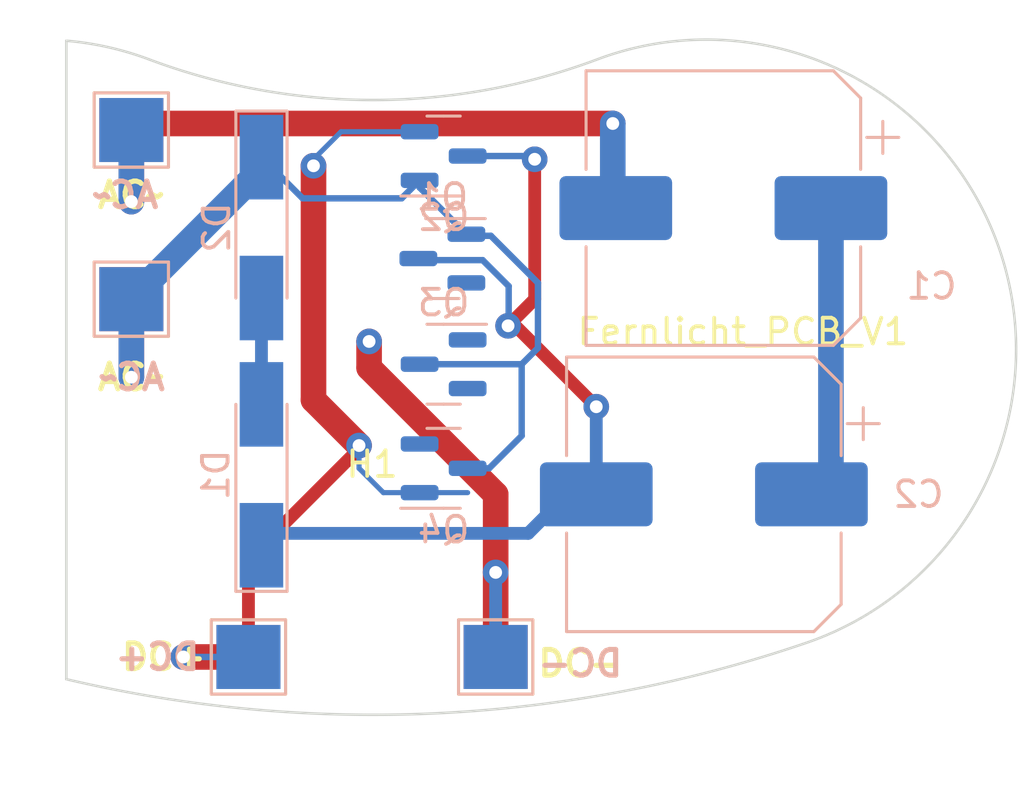
<source format=kicad_pcb>
(kicad_pcb (version 20211014) (generator pcbnew)
  (layers (0 "F.Cu" signal) (31 "B.Cu" signal) (34 "B.Paste" user) (35 "F.Paste" user) (36 "B.SilkS" user "B.Silkscreen") (37 "F.SilkS" user "F.Silkscreen") (38 "B.Mask" user) (39 "F.Mask" user) (44 "Edge.Cuts" user))
  (net 0 "")
  (net 1 "Net-(C1-Pad1)")
  (net 2 "DYN_1")
  (net 3 "Net-(C2-Pad2)")
  (net 4 "Net-(D1-Pad2)")
  (net 5 "DYN_2")
  (net 6 "DC-")
  (net 7 "DC+")
  (footprint "TestPoint:TestPoint_Pad_2.5x2.5mm" (layer "F.Cu") (at 149.352 120.65 90)
    (fp_text reference "TP6" hide)
    (fp_text value "TestPoint")
    (fp_line (start 1.45 1.45) (end -1.45 1.45) (layer "F.SilkS") (width 0.12))
    (fp_line (start -1.45 -1.45) (end 1.45 -1.45) (layer "F.SilkS") (width 0.12))
    (fp_line (start -1.45 1.45) (end -1.45 -1.45) (layer "F.SilkS") (width 0.12))
    (fp_line (start 1.45 -1.45) (end 1.45 1.45) (layer "F.SilkS") (width 0.12))
    (pad "1" smd rect (at 0 0 90) (size 2.5 2.5) (layers "F.Cu" "F.Mask") (net 6 "DC-"))
  )
  (footprint "TestPoint:TestPoint_Pad_2.5x2.5mm" (layer "F.Cu") (at 139.7 120.65 90)
    (fp_text reference "TP7" hide)
    (fp_text value "TestPoint")
    (fp_line (start 1.45 1.45) (end -1.45 1.45) (layer "F.SilkS") (width 0.12))
    (fp_line (start -1.45 1.45) (end -1.45 -1.45) (layer "F.SilkS") (width 0.12))
    (fp_line (start 1.45 -1.45) (end 1.45 1.45) (layer "F.SilkS") (width 0.12))
    (fp_line (start -1.45 -1.45) (end 1.45 -1.45) (layer "F.SilkS") (width 0.12))
    (pad "1" smd rect (at 0 0 90) (size 2.5 2.5) (layers "F.Cu" "F.Mask") (net 7 "DC+"))
  )
  (footprint "TestPoint:TestPoint_Pad_2.5x2.5mm" (layer "F.Cu") (at 135.128 100.076 90)
    (fp_text reference "TP5" hide)
    (fp_text value "TestPoint")
    (fp_line (start -1.45 -1.45) (end 1.45 -1.45) (layer "F.SilkS") (width 0.12))
    (fp_line (start 1.45 -1.45) (end 1.45 1.45) (layer "F.SilkS") (width 0.12))
    (fp_line (start -1.45 1.45) (end -1.45 -1.45) (layer "F.SilkS") (width 0.12))
    (fp_line (start 1.45 1.45) (end -1.45 1.45) (layer "F.SilkS") (width 0.12))
    (pad "1" smd rect (at 0 0 90) (size 2.5 2.5) (layers "F.Cu" "F.Mask") (net 2 "DYN_1"))
  )
  (footprint "MountingHole:MountingHole_5mm" (layer "F.Cu") (at 144.526 119.126)
    (fp_text reference "H1" (at 0 -6) (layer "F.SilkS"))
    (fp_text value "MountingHole")
    (pad "" np_thru_hole circle (at 0 0) (size 5 5) (drill 5) (layers *.Cu *.Mask))
  )
  (footprint "TestPoint:TestPoint_Pad_2.5x2.5mm" (layer "F.Cu") (at 135.128 106.68)
    (fp_text reference "TP8" hide)
    (fp_text value "TestPoint")
    (fp_line (start -1.45 1.45) (end -1.45 -1.45) (layer "F.SilkS") (width 0.12))
    (fp_line (start -1.45 -1.45) (end 1.45 -1.45) (layer "F.SilkS") (width 0.12))
    (fp_line (start 1.45 1.45) (end -1.45 1.45) (layer "F.SilkS") (width 0.12))
    (fp_line (start 1.45 -1.45) (end 1.45 1.45) (layer "F.SilkS") (width 0.12))
    (pad "1" smd rect (at 0 0) (size 2.5 2.5) (layers "F.Cu" "F.Mask") (net 5 "DYN_2"))
  )
  (footprint "Capacitor_SMD:CP_Elec_10x10.5" (layer "B.Cu") (at 158.242 103.124 180)
    (fp_text reference "C1" (at -8.128 -3.048) (layer "B.SilkS") (effects (justify mirror)))
    (fp_text value "C_Polarized")
    (fp_line (start -6.225 3.385) (end -6.225 2.135) (layer "B.SilkS") (width 0.12))
    (fp_line (start -5.36 4.295563) (end -5.36 1.51) (layer "B.SilkS") (width 0.12))
    (fp_line (start -6.85 2.76) (end -5.6 2.76) (layer "B.SilkS") (width 0.12))
    (fp_line (start -4.295563 5.36) (end 5.36 5.36) (layer "B.SilkS") (width 0.12))
    (fp_line (start 5.36 5.36) (end 5.36 1.51) (layer "B.SilkS") (width 0.12))
    (fp_line (start -5.36 -4.295563) (end -5.36 -1.51) (layer "B.SilkS") (width 0.12))
    (fp_line (start -5.36 4.295563) (end -4.295563 5.36) (layer "B.SilkS") (width 0.12))
    (fp_line (start 5.36 -5.36) (end 5.36 -1.51) (layer "B.SilkS") (width 0.12))
    (fp_line (start -5.36 -4.295563) (end -4.295563 -5.36) (layer "B.SilkS") (width 0.12))
    (fp_line (start -4.295563 -5.36) (end 5.36 -5.36) (layer "B.SilkS") (width 0.12))
    (pad "1" smd roundrect (at -4.2 0 180) (size 4.4 2.5) (layers "B.Cu" "B.Paste" "B.Mask") (roundrect_rratio 0.1) (net 1 "Net-(C1-Pad1)"))
    (pad "2" smd roundrect (at 4.2 0 180) (size 4.4 2.5) (layers "B.Cu" "B.Paste" "B.Mask") (roundrect_rratio 0.1) (net 2 "DYN_1"))
  )
  (footprint "Package_TO_SOT_SMD:SOT-23" (layer "B.Cu") (at 147.32 113.284)
    (fp_text reference "Q4" (at 0 2.4) (layer "B.SilkS") (effects (justify mirror)))
    (fp_text value "AO3401A")
    (fp_line (start 0 1.56) (end -1.675 1.56) (layer "B.SilkS") (width 0.12))
    (fp_line (start 0 -1.56) (end 0.65 -1.56) (layer "B.SilkS") (width 0.12))
    (fp_line (start 0 1.56) (end 0.65 1.56) (layer "B.SilkS") (width 0.12))
    (fp_line (start 0 -1.56) (end -0.65 -1.56) (layer "B.SilkS") (width 0.12))
    (pad "1" smd roundrect (at -0.9375 0.95) (size 1.475 0.6) (layers "B.Cu" "B.Paste" "B.Mask") (net 3 "Net-(C2-Pad2)"))
    (pad "2" smd roundrect (at -0.9375 -0.95) (size 1.475 0.6) (layers "B.Cu" "B.Paste" "B.Mask") (net 7 "DC+"))
    (pad "3" smd roundrect (at 0.9375 0) (size 1.475 0.6) (layers "B.Cu" "B.Paste" "B.Mask") (net 5 "DYN_2"))
  )
  (footprint "TestPoint:TestPoint_Pad_2.5x2.5mm" (layer "B.Cu") (at 149.352 120.65 -90)
    (fp_text reference "TP2" hide)
    (fp_text value "TestPoint")
    (fp_line (start 1.45 1.45) (end 1.45 -1.45) (layer "B.SilkS") (width 0.12))
    (fp_line (start 1.45 -1.45) (end -1.45 -1.45) (layer "B.SilkS") (width 0.12))
    (fp_line (start -1.45 -1.45) (end -1.45 1.45) (layer "B.SilkS") (width 0.12))
    (fp_line (start -1.45 1.45) (end 1.45 1.45) (layer "B.SilkS") (width 0.12))
    (pad "1" smd rect (at 0 0 270) (size 2.5 2.5) (layers "B.Cu" "B.Mask") (net 6 "DC-"))
  )
  (footprint "Capacitor_SMD:CP_Elec_10x10.5" (layer "B.Cu") (at 157.48 114.3 180)
    (fp_text reference "C2" (at -8.382 0) (layer "B.SilkS") (effects (justify mirror)))
    (fp_text value "C_Polarized")
    (fp_line (start -5.36 4.295563) (end -5.36 1.51) (layer "B.SilkS") (width 0.12))
    (fp_line (start -5.36 4.295563) (end -4.295563 5.36) (layer "B.SilkS") (width 0.12))
    (fp_line (start -4.295563 5.36) (end 5.36 5.36) (layer "B.SilkS") (width 0.12))
    (fp_line (start 5.36 5.36) (end 5.36 1.51) (layer "B.SilkS") (width 0.12))
    (fp_line (start -4.295563 -5.36) (end 5.36 -5.36) (layer "B.SilkS") (width 0.12))
    (fp_line (start -5.36 -4.295563) (end -5.36 -1.51) (layer "B.SilkS") (width 0.12))
    (fp_line (start -5.36 -4.295563) (end -4.295563 -5.36) (layer "B.SilkS") (width 0.12))
    (fp_line (start -6.85 2.76) (end -5.6 2.76) (layer "B.SilkS") (width 0.12))
    (fp_line (start 5.36 -5.36) (end 5.36 -1.51) (layer "B.SilkS") (width 0.12))
    (fp_line (start -6.225 3.385) (end -6.225 2.135) (layer "B.SilkS") (width 0.12))
    (pad "1" smd roundrect (at -4.2 0 180) (size 4.4 2.5) (layers "B.Cu" "B.Paste" "B.Mask") (roundrect_rratio 0.1) (net 1 "Net-(C1-Pad1)"))
    (pad "2" smd roundrect (at 4.2 0 180) (size 4.4 2.5) (layers "B.Cu" "B.Paste" "B.Mask") (roundrect_rratio 0.1) (net 3 "Net-(C2-Pad2)"))
  )
  (footprint "TestPoint:TestPoint_Pad_2.5x2.5mm" (layer "B.Cu") (at 135.128 106.68 180)
    (fp_text reference "TP4" hide)
    (fp_text value "TestPoint")
    (fp_line (start -1.45 -1.45) (end -1.45 1.45) (layer "B.SilkS") (width 0.12))
    (fp_line (start -1.45 1.45) (end 1.45 1.45) (layer "B.SilkS") (width 0.12))
    (fp_line (start 1.45 1.45) (end 1.45 -1.45) (layer "B.SilkS") (width 0.12))
    (fp_line (start 1.45 -1.45) (end -1.45 -1.45) (layer "B.SilkS") (width 0.12))
    (pad "1" smd rect (at 0 0 180) (size 2.5 2.5) (layers "B.Cu" "B.Mask") (net 5 "DYN_2"))
  )
  (footprint "Package_TO_SOT_SMD:SOT-23" (layer "B.Cu") (at 147.32 101.092)
    (fp_text reference "Q2" (at 0 2.4) (layer "B.SilkS") (effects (justify mirror)))
    (fp_text value "AO3401A")
    (fp_line (start 0 -1.56) (end 0.65 -1.56) (layer "B.SilkS") (width 0.12))
    (fp_line (start 0 1.56) (end 0.65 1.56) (layer "B.SilkS") (width 0.12))
    (fp_line (start 0 -1.56) (end -0.65 -1.56) (layer "B.SilkS") (width 0.12))
    (fp_line (start 0 1.56) (end -1.675 1.56) (layer "B.SilkS") (width 0.12))
    (pad "1" smd roundrect (at -0.9375 0.95) (size 1.475 0.6) (layers "B.Cu" "B.Paste" "B.Mask") (net 5 "DYN_2"))
    (pad "2" smd roundrect (at -0.9375 -0.95) (size 1.475 0.6) (layers "B.Cu" "B.Paste" "B.Mask") (net 7 "DC+"))
    (pad "3" smd roundrect (at 0.9375 0) (size 1.475 0.6) (layers "B.Cu" "B.Paste" "B.Mask") (net 3 "Net-(C2-Pad2)"))
  )
  (footprint "TestPoint:TestPoint_Pad_2.5x2.5mm" (layer "B.Cu") (at 139.7 120.65 -90)
    (fp_text reference "TP3" hide)
    (fp_text value "TestPoint")
    (fp_line (start 1.45 -1.45) (end -1.45 -1.45) (layer "B.SilkS") (width 0.12))
    (fp_line (start -1.45 -1.45) (end -1.45 1.45) (layer "B.SilkS") (width 0.12))
    (fp_line (start 1.45 1.45) (end 1.45 -1.45) (layer "B.SilkS") (width 0.12))
    (fp_line (start -1.45 1.45) (end 1.45 1.45) (layer "B.SilkS") (width 0.12))
    (pad "1" smd rect (at 0 0 270) (size 2.5 2.5) (layers "B.Cu" "B.Mask") (net 7 "DC+"))
  )
  (footprint "Diode_SMD:D_MiniMELF_Handsoldering" (layer "B.Cu") (at 140.208 103.886 -90)
    (fp_text reference "D2" (at 0 1.75 90) (layer "B.SilkS") (effects (justify mirror)))
    (fp_text value "ZD_16")
    (fp_line (start -4.55 -1) (end 2.75 -1) (layer "B.SilkS") (width 0.12))
    (fp_line (start 2.75 1) (end -4.55 1) (layer "B.SilkS") (width 0.12))
    (fp_line (start -4.55 1) (end -4.55 -1) (layer "B.SilkS") (width 0.12))
    (pad "1" smd rect (at -2.75 0 270) (size 3.3 1.7) (layers "B.Cu" "B.Paste" "B.Mask") (net 5 "DYN_2"))
    (pad "2" smd rect (at 2.75 0 270) (size 3.3 1.7) (layers "B.Cu" "B.Paste" "B.Mask") (net 4 "Net-(D1-Pad2)"))
  )
  (footprint "TestPoint:TestPoint_Pad_2.5x2.5mm" (layer "B.Cu") (at 135.128 100.076 -90)
    (fp_text reference "TP1" hide)
    (fp_text value "TestPoint")
    (fp_line (start -1.45 -1.45) (end -1.45 1.45) (layer "B.SilkS") (width 0.12))
    (fp_line (start -1.45 1.45) (end 1.45 1.45) (layer "B.SilkS") (width 0.12))
    (fp_line (start 1.45 1.45) (end 1.45 -1.45) (layer "B.SilkS") (width 0.12))
    (fp_line (start 1.45 -1.45) (end -1.45 -1.45) (layer "B.SilkS") (width 0.12))
    (pad "1" smd rect (at 0 0 270) (size 2.5 2.5) (layers "B.Cu" "B.Mask") (net 2 "DYN_1"))
  )
  (footprint "Package_TO_SOT_SMD:SOT-23" (layer "B.Cu") (at 147.32 109.22 180)
    (fp_text reference "Q3" (at 0 2.4) (layer "B.SilkS") (effects (justify mirror)))
    (fp_text value "2N7002")
    (fp_line (start 0 -1.56) (end -0.65 -1.56) (layer "B.SilkS") (width 0.12))
    (fp_line (start 0 1.56) (end -1.675 1.56) (layer "B.SilkS") (width 0.12))
    (fp_line (start 0 1.56) (end 0.65 1.56) (layer "B.SilkS") (width 0.12))
    (fp_line (start 0 -1.56) (end 0.65 -1.56) (layer "B.SilkS") (width 0.12))
    (pad "1" smd roundrect (at -0.9375 0.95 180) (size 1.475 0.6) (layers "B.Cu" "B.Paste" "B.Mask") (net 3 "Net-(C2-Pad2)"))
    (pad "2" smd roundrect (at -0.9375 -0.95 180) (size 1.475 0.6) (layers "B.Cu" "B.Paste" "B.Mask") (net 6 "DC-"))
    (pad "3" smd roundrect (at 0.9375 0 180) (size 1.475 0.6) (layers "B.Cu" "B.Paste" "B.Mask") (net 5 "DYN_2"))
  )
  (footprint "Package_TO_SOT_SMD:SOT-23" (layer "B.Cu") (at 147.2715 105.095 180)
    (fp_text reference "Q1" (at 0 2.4) (layer "B.SilkS") (effects (justify mirror)))
    (fp_text value "2N7002")
    (fp_line (start 0 1.56) (end -1.675 1.56) (layer "B.SilkS") (width 0.12))
    (fp_line (start 0 -1.56) (end -0.65 -1.56) (layer "B.SilkS") (width 0.12))
    (fp_line (start 0 -1.56) (end 0.65 -1.56) (layer "B.SilkS") (width 0.12))
    (fp_line (start 0 1.56) (end 0.65 1.56) (layer "B.SilkS") (width 0.12))
    (pad "1" smd roundrect (at -0.9375 0.95 180) (size 1.475 0.6) (layers "B.Cu" "B.Paste" "B.Mask") (net 5 "DYN_2"))
    (pad "2" smd roundrect (at -0.9375 -0.95 180) (size 1.475 0.6) (layers "B.Cu" "B.Paste" "B.Mask") (net 6 "DC-"))
    (pad "3" smd roundrect (at 0.9375 0 180) (size 1.475 0.6) (layers "B.Cu" "B.Paste" "B.Mask") (net 3 "Net-(C2-Pad2)"))
  )
  (footprint "Diode_SMD:D_MiniMELF_Handsoldering" (layer "B.Cu") (at 140.208 113.538 90)
    (fp_text reference "D1" (at 0 -1.778 90) (layer "B.SilkS") (effects (justify mirror)))
    (fp_text value "ZD_16")
    (fp_line (start 2.75 1) (end -4.55 1) (layer "B.SilkS") (width 0.12))
    (fp_line (start -4.55 -1) (end 2.75 -1) (layer "B.SilkS") (width 0.12))
    (fp_line (start -4.55 1) (end -4.55 -1) (layer "B.SilkS") (width 0.12))
    (pad "1" smd rect (at -2.75 0 90) (size 3.3 1.7) (layers "B.Cu" "B.Paste" "B.Mask") (net 3 "Net-(C2-Pad2)"))
    (pad "2" smd rect (at 2.75 0 90) (size 3.3 1.7) (layers "B.Cu" "B.Paste" "B.Mask") (net 4 "Net-(D1-Pad2)"))
  )
  (gr_arc (start 153.318245 97.318852) (mid 144.569596 98.904808) (end 135.820947 97.318852) (layer "Edge.Cuts") (width 0.1))
  (gr_arc (start 132.590405 96.590537) (mid 134.230661 96.843868) (end 135.820947 97.318851) (layer "Edge.Cuts") (width 0.1))
  (gr_line (start 132.590405 121.517649) (end 132.590405 96.590537) (layer "Edge.Cuts") (width 0.1))
  (gr_arc (start 153.318245 97.318851) (mid 168.960475 104.563518) (end 161.484554 120.096553) (layer "Edge.Cuts") (width 0.1))
  (gr_arc (start 161.484554 120.096553) (mid 147.137657 122.843934) (end 132.590405 121.517649) (layer "Edge.Cuts") (width 0.1))
  (gr_text "DC-" (at 152.654 120.904) (layer "B.SilkS") (effects (font (size 1 1) (thickness 0.2)) (justify mirror)))
  (gr_text "AC~" (at 134.874 102.616) (layer "B.SilkS") (effects (font (size 1 1) (thickness 0.2)) (justify mirror)))
  (gr_text "AC~" (at 135.128 109.728) (layer "B.SilkS") (effects (font (size 1 1) (thickness 0.2)) (justify mirror)))
  (gr_text "DC+" (at 136.144 120.65) (layer "B.SilkS") (effects (font (size 1 1) (thickness 0.2)) (justify mirror)))
  (gr_text "DC+" (at 136.398 120.65) (layer "F.SilkS") (effects (font (size 1 1) (thickness 0.2))))
  (gr_text "AC~" (at 135.128 109.728) (layer "F.SilkS") (effects (font (size 1 1) (thickness 0.2))))
  (gr_text "DC-" (at 152.654 120.904) (layer "F.SilkS") (effects (font (size 1 1) (thickness 0.2))))
  (gr_text "AC~" (at 135.128 102.616) (layer "F.SilkS") (effects (font (size 1 1) (thickness 0.2))))
  (gr_text "Fernlicht_PCB_V1" (at 159.004 107.95) (layer "F.SilkS") (effects (font (size 1 1))))
  (segment (start 162.442 103.124) (end 162.442 113.538) (width 1) (layer "B.Cu") (net 1))
  (segment (start 162.442 113.538) (end 161.68 114.3) (width 1) (layer "B.Cu") (net 1))
  (segment (start 135.128 100.076) (end 135.128 102.87) (width 1) (layer "F.Cu") (net 2))
  (segment (start 153.924 99.822) (end 135.382 99.822) (width 1) (layer "F.Cu") (net 2))
  (segment (start 135.382 99.822) (end 135.128 100.076) (width 1) (layer "F.Cu") (net 2))
  (via (at 135.128 102.87) (size 1) (drill 0.5) (layers "F.Cu" "B.Cu") (net 2))
  (via (at 153.924 99.822) (size 1) (drill 0.5) (layers "F.Cu" "B.Cu") (net 2))
  (segment (start 154.042 103.124) (end 153.924 103.006) (width 0.25) (layer "B.Cu") (net 2))
  (segment (start 153.924 103.006) (end 153.924 99.822) (width 1) (layer "B.Cu") (net 2))
  (segment (start 135.128 102.87) (end 135.128 100.076) (width 1) (layer "B.Cu") (net 2))
  (segment (start 150.876 101.219) (end 150.876 106.68) (width 0.5) (layer "F.Cu") (net 3))
  (segment (start 150.12 107.72) (end 153.28 110.88) (width 0.5) (layer "F.Cu") (net 3))
  (segment (start 150.876 106.68) (end 149.836 107.72) (width 0.5) (layer "F.Cu") (net 3))
  (segment (start 149.836 107.72) (end 150.12 107.72) (width 0.25) (layer "F.Cu") (net 3))
  (via (at 149.836 107.72) (size 1) (drill 0.5) (layers "F.Cu" "B.Cu") (net 3))
  (via (at 153.28 110.88) (size 1) (drill 0.5) (layers "F.Cu" "B.Cu") (net 3))
  (via (at 150.876 101.219) (size 1) (drill 0.5) (layers "F.Cu" "B.Cu") (net 3))
  (segment (start 146.3825 105.156) (end 148.844 105.156) (width 0.25) (layer "B.Cu") (net 3))
  (segment (start 152.146 114.3) (end 153.28 114.3) (width 0.5) (layer "B.Cu") (net 3))
  (segment (start 150.749 101.092) (end 150.876 101.219) (width 0.25) (layer "B.Cu") (net 3))
  (segment (start 146.268 105.029) (end 146.334 105.095) (width 0.25) (layer "B.Cu") (net 3))
  (segment (start 150.622 115.824) (end 152.146 114.3) (width 0.5) (layer "B.Cu") (net 3))
  (segment (start 148.844 105.156) (end 149.86 106.172) (width 0.25) (layer "B.Cu") (net 3))
  (segment (start 148.2575 101.092) (end 150.749 101.092) (width 0.25) (layer "B.Cu") (net 3))
  (segment (start 146.558 115.824) (end 150.622 115.824) (width 0.5) (layer "B.Cu") (net 3))
  (segment (start 140.672 115.824) (end 140.208 116.288) (width 0.25) (layer "B.Cu") (net 3))
  (segment (start 140.672 115.824) (end 146.558 115.824) (width 0.5) (layer "B.Cu") (net 3))
  (segment (start 149.86 107.696) (end 149.836 107.72) (width 0.25) (layer "B.Cu") (net 3))
  (segment (start 149.86 106.172) (end 149.86 107.696) (width 0.25) (layer "B.Cu") (net 3))
  (segment (start 153.28 114.3) (end 153.28 110.88) (width 0.5) (layer "B.Cu") (net 3))
  (segment (start 140.208 106.636) (end 140.208 110.788) (width 0.5) (layer "B.Cu") (net 4))
  (segment (start 135.128 109.728) (end 135.128 106.68) (width 1) (layer "F.Cu") (net 5))
  (via (at 135.128 109.728) (size 1) (drill 0.5) (layers "F.Cu" "B.Cu") (net 5))
  (segment (start 140.208 101.6) (end 140.208 101.136) (width 1) (layer "B.Cu") (net 5))
  (segment (start 149.098 113.284) (end 150.368 112.014) (width 0.25) (layer "B.Cu") (net 5))
  (segment (start 135.128 106.68) (end 140.208 101.6) (width 1) (layer "B.Cu") (net 5))
  (segment (start 151.003 106.045) (end 151.003 108.585) (width 0.25) (layer "B.Cu") (net 5))
  (segment (start 146.3825 109.22) (end 150.368 109.22) (width 0.25) (layer "B.Cu") (net 5))
  (segment (start 151.003 108.585) (end 150.368 109.22) (width 0.25) (layer "B.Cu") (net 5))
  (segment (start 140.208 101.136) (end 140.208 102.169) (width 0.25) (layer "B.Cu") (net 5))
  (segment (start 135.128 106.68) (end 135.128 109.728) (width 1) (layer "B.Cu") (net 5))
  (segment (start 145.6815 102.743) (end 141.815 102.743) (width 0.25) (layer "B.Cu") (net 5))
  (segment (start 146.3825 102.042) (end 146.3825 102.3185) (width 0.25) (layer "B.Cu") (net 5))
  (segment (start 146.3825 102.042) (end 145.6815 102.743) (width 0.25) (layer "B.Cu") (net 5))
  (segment (start 140.208 101.136) (end 140.208 102.108) (width 0.25) (layer "B.Cu") (net 5))
  (segment (start 149.164 104.206) (end 151.003 106.045) (width 0.25) (layer "B.Cu") (net 5))
  (segment (start 150.368 112.014) (end 150.368 109.22) (width 0.25) (layer "B.Cu") (net 5))
  (segment (start 148.2575 104.206) (end 149.164 104.206) (width 0.25) (layer "B.Cu") (net 5))
  (segment (start 141.815 102.743) (end 140.208 101.136) (width 0.25) (layer "B.Cu") (net 5))
  (segment (start 148.2575 113.284) (end 149.098 113.284) (width 0.25) (layer "B.Cu") (net 5))
  (segment (start 146.3825 102.3185) (end 148.209 104.145) (width 0.25) (layer "B.Cu") (net 5))
  (segment (start 149.352 114.3) (end 149.352 120.65) (width 1) (layer "F.Cu") (net 6))
  (segment (start 144.41051 108.331) (end 144.41051 109.35851) (width 1) (layer "F.Cu") (net 6))
  (segment (start 144.41051 109.35851) (end 149.352 114.3) (width 1) (layer "F.Cu") (net 6))
  (via (at 144.41051 108.331) (size 1) (drill 0.5) (layers "F.Cu" "B.Cu") (net 6))
  (via (at 149.352 117.348) (size 1) (drill 0.5) (layers "F.Cu" "B.Cu") (net 6))
  (segment (start 149.352 120.65) (end 149.352 117.348) (width 0.5) (layer "B.Cu") (net 6))
  (segment (start 144.47151 108.27) (end 144.41051 108.331) (width 0.2) (layer "B.Cu") (net 6))
  (segment (start 137.16 120.65) (end 139.7 120.65) (width 1) (layer "F.Cu") (net 7))
  (segment (start 139.7 116.84) (end 139.7 120.65) (width 0.5) (layer "F.Cu") (net 7))
  (segment (start 144.018 112.522) (end 139.7 116.84) (width 0.5) (layer "F.Cu") (net 7))
  (segment (start 142.24 110.617) (end 144.018 112.395) (width 1) (layer "F.Cu") (net 7))
  (segment (start 144.018 112.395) (end 144.018 112.522) (width 0.5) (layer "F.Cu") (net 7))
  (segment (start 142.24 101.473) (end 142.24 110.617) (width 1) (layer "F.Cu") (net 7))
  (via (at 142.24 101.473) (size 1) (drill 0.5) (layers "F.Cu" "B.Cu") (net 7))
  (via (at 144.018 112.395) (size 1) (drill 0.5) (layers "F.Cu" "B.Cu") (net 7))
  (via (at 137.16 120.65) (size 1) (drill 0.5) (layers "F.Cu" "B.Cu") (net 7))
  (segment (start 139.7 120.65) (end 137.16 120.65) (width 0.25) (layer "B.Cu") (net 7))
  (segment (start 142.24 101.473) (end 142.24 101.219) (width 0.2) (layer "B.Cu") (net 7))
  (segment (start 142.24 101.219) (end 143.317 100.142) (width 0.2) (layer "B.Cu") (net 7))
  (segment (start 143.317 100.142) (end 146.3825 100.142) (width 0.2) (layer "B.Cu") (net 7))
  (segment (start 144.018 112.395) (end 144.079 112.334) (width 0.2) (layer "B.Cu") (net 7))
  (segment (start 144.968 114.234) (end 144.018 113.284) (width 0.2) (layer "B.Cu") (net 7))
  (segment (start 144.018 113.284) (end 144.018 112.395) (width 0.2) (layer "B.Cu") (net 7))
  (segment (start 148.2575 114.234) (end 144.968 114.234) (width 0.2) (layer "B.Cu") (net 7))
)
</source>
